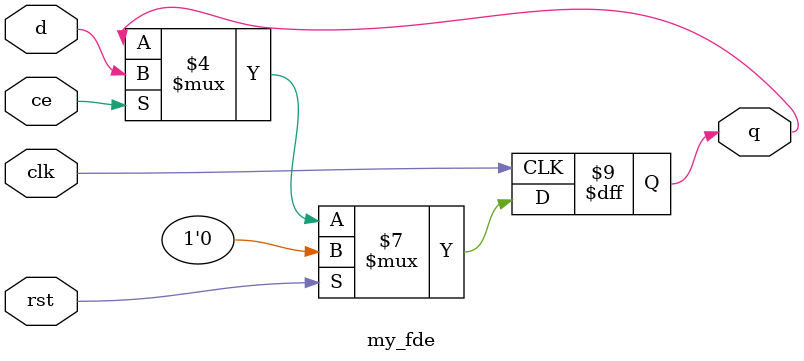
<source format=v>

`timescale 1ns / 1ps
`include  "noc_pkt.vh"

module my_fde (
  input wire clk,
  input wire ce,
  input wire rst,
  input wire d,
  output reg q);

always @(posedge clk) begin
  if (rst == 1) begin
    q <= 1'b0;
  end else if (ce == 1) begin
    q <= d;
  end
end

endmodule



</source>
